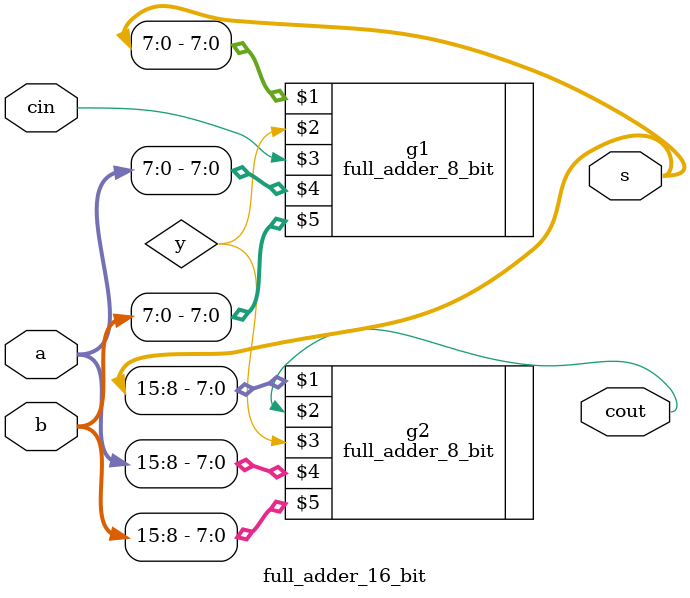
<source format=v>
`timescale 1ns / 1ps
module full_adder_16_bit(s,  cout, cin, a, b
    );
input [15:0]a;
input [15:0]b;
input cin;
output [15:0]s;
output cout;

wire y;

full_adder_8_bit g1(s[7:0], y, cin, a[7:0], b[7:0]);
full_adder_8_bit g2(s[15:8], cout, y, a[15:8], b[15:8]);

endmodule

</source>
